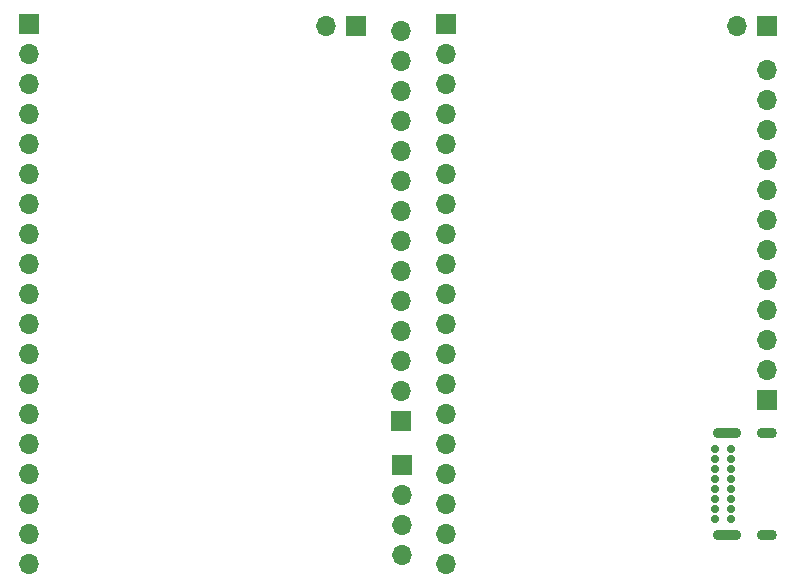
<source format=gbr>
%TF.GenerationSoftware,KiCad,Pcbnew,(5.1.6)-1*%
%TF.CreationDate,2020-10-06T21:24:19+08:00*%
%TF.ProjectId,esp32,65737033-322e-46b6-9963-61645f706362,rev?*%
%TF.SameCoordinates,Original*%
%TF.FileFunction,Soldermask,Bot*%
%TF.FilePolarity,Negative*%
%FSLAX46Y46*%
G04 Gerber Fmt 4.6, Leading zero omitted, Abs format (unit mm)*
G04 Created by KiCad (PCBNEW (5.1.6)-1) date 2020-10-06 21:24:19*
%MOMM*%
%LPD*%
G01*
G04 APERTURE LIST*
%ADD10O,1.700000X1.700000*%
%ADD11R,1.700000X1.700000*%
%ADD12O,1.700000X0.900000*%
%ADD13O,2.400000X0.900000*%
%ADD14C,0.700000*%
G04 APERTURE END LIST*
D10*
%TO.C,REF\u002A\u002A*%
X150600000Y-68020000D03*
X150600000Y-65480000D03*
X150600000Y-62940000D03*
D11*
X150600000Y-60400000D03*
%TD*%
D10*
%TO.C,J4*%
X150500000Y-23680000D03*
X150500000Y-26220000D03*
X150500000Y-28760000D03*
X150500000Y-31300000D03*
X150500000Y-33840000D03*
X150500000Y-36380000D03*
X150500000Y-38920000D03*
X150500000Y-41460000D03*
X150500000Y-44000000D03*
X150500000Y-46540000D03*
X150500000Y-49080000D03*
X150500000Y-51620000D03*
X150500000Y-54160000D03*
D11*
X150500000Y-56700000D03*
%TD*%
D10*
%TO.C,J1*%
X154300000Y-68820000D03*
X154300000Y-66280000D03*
X154300000Y-63740000D03*
X154300000Y-61200000D03*
X154300000Y-58660000D03*
X154300000Y-56120000D03*
X154300000Y-53580000D03*
X154300000Y-51040000D03*
X154300000Y-48500000D03*
X154300000Y-45960000D03*
X154300000Y-43420000D03*
X154300000Y-40880000D03*
X154300000Y-38340000D03*
X154300000Y-35800000D03*
X154300000Y-33260000D03*
X154300000Y-30720000D03*
X154300000Y-28180000D03*
X154300000Y-25640000D03*
D11*
X154300000Y-23100000D03*
%TD*%
D10*
%TO.C,J5*%
X119000000Y-68820000D03*
X119000000Y-66280000D03*
X119000000Y-63740000D03*
X119000000Y-61200000D03*
X119000000Y-58660000D03*
X119000000Y-56120000D03*
X119000000Y-53580000D03*
X119000000Y-51040000D03*
X119000000Y-48500000D03*
X119000000Y-45960000D03*
X119000000Y-43420000D03*
X119000000Y-40880000D03*
X119000000Y-38340000D03*
X119000000Y-35800000D03*
X119000000Y-33260000D03*
X119000000Y-30720000D03*
X119000000Y-28180000D03*
X119000000Y-25640000D03*
D11*
X119000000Y-23100000D03*
%TD*%
D12*
%TO.C,P1*%
X181460000Y-57700000D03*
X181460000Y-66350000D03*
D13*
X178080000Y-57700000D03*
X178080000Y-66350000D03*
D14*
X178450000Y-61600000D03*
X178450000Y-59050000D03*
X178450000Y-59900000D03*
X178450000Y-60750000D03*
X178450000Y-65000000D03*
X178450000Y-63300000D03*
X178450000Y-62450000D03*
X178450000Y-64150000D03*
X177100000Y-59050000D03*
X177100000Y-59900000D03*
X177100000Y-60750000D03*
X177100000Y-61600000D03*
X177100000Y-62450000D03*
X177100000Y-63300000D03*
X177100000Y-64150000D03*
X177100000Y-65000000D03*
%TD*%
D10*
%TO.C,J6*%
X144160000Y-23300000D03*
D11*
X146700000Y-23300000D03*
%TD*%
D10*
%TO.C,J3*%
X181500000Y-26960000D03*
X181500000Y-29500000D03*
X181500000Y-32040000D03*
X181500000Y-34580000D03*
X181500000Y-37120000D03*
X181500000Y-39660000D03*
X181500000Y-42200000D03*
X181500000Y-44740000D03*
X181500000Y-47280000D03*
X181500000Y-49820000D03*
X181500000Y-52360000D03*
D11*
X181500000Y-54900000D03*
%TD*%
D10*
%TO.C,J2*%
X178960000Y-23300000D03*
D11*
X181500000Y-23300000D03*
%TD*%
M02*

</source>
